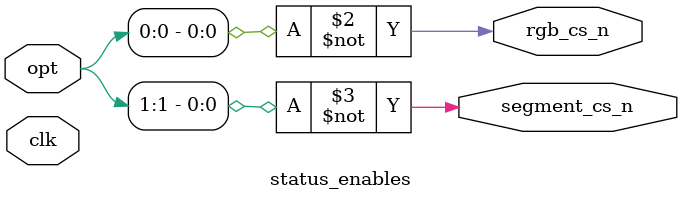
<source format=v>
`timescale 1ns / 1ps


module status_enables(
    input [1:0] opt,
    input       clk,
(* ASYNC_REG = "TRUE" *)
    output reg  rgb_cs_n,
(* ASYNC_REG = "TRUE" *)
    output reg  segment_cs_n
    );
    
    always @(clk)
    begin
        rgb_cs_n        <= ~opt[0];
        segment_cs_n    <= ~opt[1];
    end

endmodule

</source>
